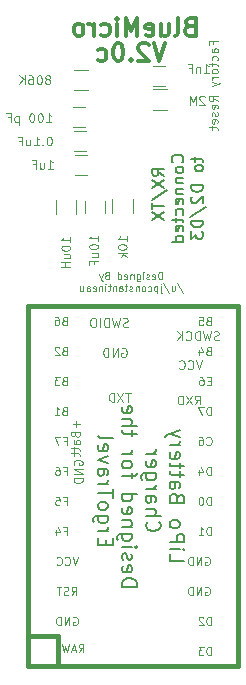
<source format=gbr>
G04 #@! TF.FileFunction,Legend,Bot*
%FSLAX46Y46*%
G04 Gerber Fmt 4.6, Leading zero omitted, Abs format (unit mm)*
G04 Created by KiCad (PCBNEW 4.0.7) date 09/16/18 04:57:12*
%MOMM*%
%LPD*%
G01*
G04 APERTURE LIST*
%ADD10C,0.100000*%
%ADD11C,0.150000*%
%ADD12C,0.300000*%
%ADD13C,0.381000*%
%ADD14C,0.120000*%
G04 APERTURE END LIST*
D10*
D11*
X112327024Y-143914143D02*
X112327024Y-144509381D01*
X113577024Y-144509381D01*
X112327024Y-143497476D02*
X113160357Y-143497476D01*
X113577024Y-143497476D02*
X113517500Y-143557000D01*
X113457976Y-143497476D01*
X113517500Y-143437952D01*
X113577024Y-143497476D01*
X113457976Y-143497476D01*
X112327024Y-142902238D02*
X113577024Y-142902238D01*
X113577024Y-142426047D01*
X113517500Y-142307000D01*
X113457976Y-142247476D01*
X113338929Y-142187952D01*
X113160357Y-142187952D01*
X113041310Y-142247476D01*
X112981786Y-142307000D01*
X112922262Y-142426047D01*
X112922262Y-142902238D01*
X112327024Y-141473667D02*
X112386548Y-141592714D01*
X112446071Y-141652238D01*
X112565119Y-141711762D01*
X112922262Y-141711762D01*
X113041310Y-141652238D01*
X113100833Y-141592714D01*
X113160357Y-141473667D01*
X113160357Y-141295095D01*
X113100833Y-141176047D01*
X113041310Y-141116524D01*
X112922262Y-141057000D01*
X112565119Y-141057000D01*
X112446071Y-141116524D01*
X112386548Y-141176047D01*
X112327024Y-141295095D01*
X112327024Y-141473667D01*
X112981786Y-139152238D02*
X112922262Y-138973667D01*
X112862738Y-138914143D01*
X112743690Y-138854619D01*
X112565119Y-138854619D01*
X112446071Y-138914143D01*
X112386548Y-138973667D01*
X112327024Y-139092714D01*
X112327024Y-139568905D01*
X113577024Y-139568905D01*
X113577024Y-139152238D01*
X113517500Y-139033191D01*
X113457976Y-138973667D01*
X113338929Y-138914143D01*
X113219881Y-138914143D01*
X113100833Y-138973667D01*
X113041310Y-139033191D01*
X112981786Y-139152238D01*
X112981786Y-139568905D01*
X112327024Y-137783191D02*
X112981786Y-137783191D01*
X113100833Y-137842714D01*
X113160357Y-137961762D01*
X113160357Y-138199857D01*
X113100833Y-138318905D01*
X112386548Y-137783191D02*
X112327024Y-137902238D01*
X112327024Y-138199857D01*
X112386548Y-138318905D01*
X112505595Y-138378429D01*
X112624643Y-138378429D01*
X112743690Y-138318905D01*
X112803214Y-138199857D01*
X112803214Y-137902238D01*
X112862738Y-137783191D01*
X113160357Y-137366524D02*
X113160357Y-136890334D01*
X113577024Y-137187953D02*
X112505595Y-137187953D01*
X112386548Y-137128429D01*
X112327024Y-137009382D01*
X112327024Y-136890334D01*
X113160357Y-136652238D02*
X113160357Y-136176048D01*
X113577024Y-136473667D02*
X112505595Y-136473667D01*
X112386548Y-136414143D01*
X112327024Y-136295096D01*
X112327024Y-136176048D01*
X112386548Y-135283190D02*
X112327024Y-135402238D01*
X112327024Y-135640333D01*
X112386548Y-135759381D01*
X112505595Y-135818905D01*
X112981786Y-135818905D01*
X113100833Y-135759381D01*
X113160357Y-135640333D01*
X113160357Y-135402238D01*
X113100833Y-135283190D01*
X112981786Y-135223667D01*
X112862738Y-135223667D01*
X112743690Y-135818905D01*
X112327024Y-134687952D02*
X113160357Y-134687952D01*
X112922262Y-134687952D02*
X113041310Y-134628428D01*
X113100833Y-134568904D01*
X113160357Y-134449857D01*
X113160357Y-134330809D01*
X113160357Y-134033190D02*
X112327024Y-133735571D01*
X113160357Y-133437951D02*
X112327024Y-133735571D01*
X112029405Y-133854618D01*
X111969881Y-133914142D01*
X111910357Y-134033190D01*
X110421071Y-141176047D02*
X110361548Y-141235571D01*
X110302024Y-141414142D01*
X110302024Y-141533190D01*
X110361548Y-141711762D01*
X110480595Y-141830809D01*
X110599643Y-141890333D01*
X110837738Y-141949857D01*
X111016310Y-141949857D01*
X111254405Y-141890333D01*
X111373452Y-141830809D01*
X111492500Y-141711762D01*
X111552024Y-141533190D01*
X111552024Y-141414142D01*
X111492500Y-141235571D01*
X111432976Y-141176047D01*
X110302024Y-140640333D02*
X111552024Y-140640333D01*
X110302024Y-140104619D02*
X110956786Y-140104619D01*
X111075833Y-140164142D01*
X111135357Y-140283190D01*
X111135357Y-140461762D01*
X111075833Y-140580809D01*
X111016310Y-140640333D01*
X110302024Y-138973667D02*
X110956786Y-138973667D01*
X111075833Y-139033190D01*
X111135357Y-139152238D01*
X111135357Y-139390333D01*
X111075833Y-139509381D01*
X110361548Y-138973667D02*
X110302024Y-139092714D01*
X110302024Y-139390333D01*
X110361548Y-139509381D01*
X110480595Y-139568905D01*
X110599643Y-139568905D01*
X110718690Y-139509381D01*
X110778214Y-139390333D01*
X110778214Y-139092714D01*
X110837738Y-138973667D01*
X110302024Y-138378429D02*
X111135357Y-138378429D01*
X110897262Y-138378429D02*
X111016310Y-138318905D01*
X111075833Y-138259381D01*
X111135357Y-138140334D01*
X111135357Y-138021286D01*
X111135357Y-137068905D02*
X110123452Y-137068905D01*
X110004405Y-137128428D01*
X109944881Y-137187952D01*
X109885357Y-137307000D01*
X109885357Y-137485571D01*
X109944881Y-137604619D01*
X110361548Y-137068905D02*
X110302024Y-137187952D01*
X110302024Y-137426048D01*
X110361548Y-137545095D01*
X110421071Y-137604619D01*
X110540119Y-137664143D01*
X110897262Y-137664143D01*
X111016310Y-137604619D01*
X111075833Y-137545095D01*
X111135357Y-137426048D01*
X111135357Y-137187952D01*
X111075833Y-137068905D01*
X110361548Y-135997476D02*
X110302024Y-136116524D01*
X110302024Y-136354619D01*
X110361548Y-136473667D01*
X110480595Y-136533191D01*
X110956786Y-136533191D01*
X111075833Y-136473667D01*
X111135357Y-136354619D01*
X111135357Y-136116524D01*
X111075833Y-135997476D01*
X110956786Y-135937953D01*
X110837738Y-135937953D01*
X110718690Y-136533191D01*
X110302024Y-135402238D02*
X111135357Y-135402238D01*
X110897262Y-135402238D02*
X111016310Y-135342714D01*
X111075833Y-135283190D01*
X111135357Y-135164143D01*
X111135357Y-135045095D01*
X108277024Y-146652238D02*
X109527024Y-146652238D01*
X109527024Y-146354619D01*
X109467500Y-146176047D01*
X109348452Y-146057000D01*
X109229405Y-145997476D01*
X108991310Y-145937952D01*
X108812738Y-145937952D01*
X108574643Y-145997476D01*
X108455595Y-146057000D01*
X108336548Y-146176047D01*
X108277024Y-146354619D01*
X108277024Y-146652238D01*
X108336548Y-144926047D02*
X108277024Y-145045095D01*
X108277024Y-145283190D01*
X108336548Y-145402238D01*
X108455595Y-145461762D01*
X108931786Y-145461762D01*
X109050833Y-145402238D01*
X109110357Y-145283190D01*
X109110357Y-145045095D01*
X109050833Y-144926047D01*
X108931786Y-144866524D01*
X108812738Y-144866524D01*
X108693690Y-145461762D01*
X108336548Y-144390333D02*
X108277024Y-144271285D01*
X108277024Y-144033190D01*
X108336548Y-143914142D01*
X108455595Y-143854618D01*
X108515119Y-143854618D01*
X108634167Y-143914142D01*
X108693690Y-144033190D01*
X108693690Y-144211761D01*
X108753214Y-144330809D01*
X108872262Y-144390333D01*
X108931786Y-144390333D01*
X109050833Y-144330809D01*
X109110357Y-144211761D01*
X109110357Y-144033190D01*
X109050833Y-143914142D01*
X108277024Y-143318904D02*
X109110357Y-143318904D01*
X109527024Y-143318904D02*
X109467500Y-143378428D01*
X109407976Y-143318904D01*
X109467500Y-143259380D01*
X109527024Y-143318904D01*
X109407976Y-143318904D01*
X109110357Y-142187952D02*
X108098452Y-142187952D01*
X107979405Y-142247475D01*
X107919881Y-142306999D01*
X107860357Y-142426047D01*
X107860357Y-142604618D01*
X107919881Y-142723666D01*
X108336548Y-142187952D02*
X108277024Y-142306999D01*
X108277024Y-142545095D01*
X108336548Y-142664142D01*
X108396071Y-142723666D01*
X108515119Y-142783190D01*
X108872262Y-142783190D01*
X108991310Y-142723666D01*
X109050833Y-142664142D01*
X109110357Y-142545095D01*
X109110357Y-142306999D01*
X109050833Y-142187952D01*
X109110357Y-141592714D02*
X108277024Y-141592714D01*
X108991310Y-141592714D02*
X109050833Y-141533190D01*
X109110357Y-141414143D01*
X109110357Y-141235571D01*
X109050833Y-141116523D01*
X108931786Y-141057000D01*
X108277024Y-141057000D01*
X108336548Y-139985571D02*
X108277024Y-140104619D01*
X108277024Y-140342714D01*
X108336548Y-140461762D01*
X108455595Y-140521286D01*
X108931786Y-140521286D01*
X109050833Y-140461762D01*
X109110357Y-140342714D01*
X109110357Y-140104619D01*
X109050833Y-139985571D01*
X108931786Y-139926048D01*
X108812738Y-139926048D01*
X108693690Y-140521286D01*
X108277024Y-138854619D02*
X109527024Y-138854619D01*
X108336548Y-138854619D02*
X108277024Y-138973666D01*
X108277024Y-139211762D01*
X108336548Y-139330809D01*
X108396071Y-139390333D01*
X108515119Y-139449857D01*
X108872262Y-139449857D01*
X108991310Y-139390333D01*
X109050833Y-139330809D01*
X109110357Y-139211762D01*
X109110357Y-138973666D01*
X109050833Y-138854619D01*
X109110357Y-137485571D02*
X109110357Y-137009381D01*
X108277024Y-137307000D02*
X109348452Y-137307000D01*
X109467500Y-137247476D01*
X109527024Y-137128429D01*
X109527024Y-137009381D01*
X108277024Y-136414143D02*
X108336548Y-136533190D01*
X108396071Y-136592714D01*
X108515119Y-136652238D01*
X108872262Y-136652238D01*
X108991310Y-136592714D01*
X109050833Y-136533190D01*
X109110357Y-136414143D01*
X109110357Y-136235571D01*
X109050833Y-136116523D01*
X108991310Y-136057000D01*
X108872262Y-135997476D01*
X108515119Y-135997476D01*
X108396071Y-136057000D01*
X108336548Y-136116523D01*
X108277024Y-136235571D01*
X108277024Y-136414143D01*
X108277024Y-135461762D02*
X109110357Y-135461762D01*
X108872262Y-135461762D02*
X108991310Y-135402238D01*
X109050833Y-135342714D01*
X109110357Y-135223667D01*
X109110357Y-135104619D01*
X109110357Y-133914142D02*
X109110357Y-133437952D01*
X109527024Y-133735571D02*
X108455595Y-133735571D01*
X108336548Y-133676047D01*
X108277024Y-133557000D01*
X108277024Y-133437952D01*
X108277024Y-133021285D02*
X109527024Y-133021285D01*
X108277024Y-132485571D02*
X108931786Y-132485571D01*
X109050833Y-132545094D01*
X109110357Y-132664142D01*
X109110357Y-132842714D01*
X109050833Y-132961761D01*
X108991310Y-133021285D01*
X108336548Y-131414142D02*
X108277024Y-131533190D01*
X108277024Y-131771285D01*
X108336548Y-131890333D01*
X108455595Y-131949857D01*
X108931786Y-131949857D01*
X109050833Y-131890333D01*
X109110357Y-131771285D01*
X109110357Y-131533190D01*
X109050833Y-131414142D01*
X108931786Y-131354619D01*
X108812738Y-131354619D01*
X108693690Y-131949857D01*
X106906786Y-143110571D02*
X106906786Y-142693904D01*
X106252024Y-142515333D02*
X106252024Y-143110571D01*
X107502024Y-143110571D01*
X107502024Y-142515333D01*
X106252024Y-141979619D02*
X107085357Y-141979619D01*
X106847262Y-141979619D02*
X106966310Y-141920095D01*
X107025833Y-141860571D01*
X107085357Y-141741524D01*
X107085357Y-141622476D01*
X107085357Y-140670095D02*
X106073452Y-140670095D01*
X105954405Y-140729618D01*
X105894881Y-140789142D01*
X105835357Y-140908190D01*
X105835357Y-141086761D01*
X105894881Y-141205809D01*
X106311548Y-140670095D02*
X106252024Y-140789142D01*
X106252024Y-141027238D01*
X106311548Y-141146285D01*
X106371071Y-141205809D01*
X106490119Y-141265333D01*
X106847262Y-141265333D01*
X106966310Y-141205809D01*
X107025833Y-141146285D01*
X107085357Y-141027238D01*
X107085357Y-140789142D01*
X107025833Y-140670095D01*
X106252024Y-139896286D02*
X106311548Y-140015333D01*
X106371071Y-140074857D01*
X106490119Y-140134381D01*
X106847262Y-140134381D01*
X106966310Y-140074857D01*
X107025833Y-140015333D01*
X107085357Y-139896286D01*
X107085357Y-139717714D01*
X107025833Y-139598666D01*
X106966310Y-139539143D01*
X106847262Y-139479619D01*
X106490119Y-139479619D01*
X106371071Y-139539143D01*
X106311548Y-139598666D01*
X106252024Y-139717714D01*
X106252024Y-139896286D01*
X107502024Y-139122476D02*
X107502024Y-138408191D01*
X106252024Y-138765334D02*
X107502024Y-138765334D01*
X106252024Y-137991524D02*
X107085357Y-137991524D01*
X106847262Y-137991524D02*
X106966310Y-137932000D01*
X107025833Y-137872476D01*
X107085357Y-137753429D01*
X107085357Y-137634381D01*
X106252024Y-136682000D02*
X106906786Y-136682000D01*
X107025833Y-136741523D01*
X107085357Y-136860571D01*
X107085357Y-137098666D01*
X107025833Y-137217714D01*
X106311548Y-136682000D02*
X106252024Y-136801047D01*
X106252024Y-137098666D01*
X106311548Y-137217714D01*
X106430595Y-137277238D01*
X106549643Y-137277238D01*
X106668690Y-137217714D01*
X106728214Y-137098666D01*
X106728214Y-136801047D01*
X106787738Y-136682000D01*
X107085357Y-136205810D02*
X106252024Y-135908191D01*
X107085357Y-135610571D01*
X106311548Y-134658190D02*
X106252024Y-134777238D01*
X106252024Y-135015333D01*
X106311548Y-135134381D01*
X106430595Y-135193905D01*
X106906786Y-135193905D01*
X107025833Y-135134381D01*
X107085357Y-135015333D01*
X107085357Y-134777238D01*
X107025833Y-134658190D01*
X106906786Y-134598667D01*
X106787738Y-134598667D01*
X106668690Y-135193905D01*
X106252024Y-133884381D02*
X106311548Y-134003428D01*
X106430595Y-134062952D01*
X107502024Y-134062952D01*
D10*
X111688571Y-120621429D02*
X111688571Y-120021429D01*
X111545714Y-120021429D01*
X111459999Y-120050000D01*
X111402857Y-120107143D01*
X111374285Y-120164286D01*
X111345714Y-120278571D01*
X111345714Y-120364286D01*
X111374285Y-120478571D01*
X111402857Y-120535714D01*
X111459999Y-120592857D01*
X111545714Y-120621429D01*
X111688571Y-120621429D01*
X110859999Y-120592857D02*
X110917142Y-120621429D01*
X111031428Y-120621429D01*
X111088571Y-120592857D01*
X111117142Y-120535714D01*
X111117142Y-120307143D01*
X111088571Y-120250000D01*
X111031428Y-120221429D01*
X110917142Y-120221429D01*
X110859999Y-120250000D01*
X110831428Y-120307143D01*
X110831428Y-120364286D01*
X111117142Y-120421429D01*
X110602856Y-120592857D02*
X110545713Y-120621429D01*
X110431428Y-120621429D01*
X110374285Y-120592857D01*
X110345713Y-120535714D01*
X110345713Y-120507143D01*
X110374285Y-120450000D01*
X110431428Y-120421429D01*
X110517142Y-120421429D01*
X110574285Y-120392857D01*
X110602856Y-120335714D01*
X110602856Y-120307143D01*
X110574285Y-120250000D01*
X110517142Y-120221429D01*
X110431428Y-120221429D01*
X110374285Y-120250000D01*
X110088571Y-120621429D02*
X110088571Y-120221429D01*
X110088571Y-120021429D02*
X110117142Y-120050000D01*
X110088571Y-120078571D01*
X110059999Y-120050000D01*
X110088571Y-120021429D01*
X110088571Y-120078571D01*
X109545714Y-120221429D02*
X109545714Y-120707143D01*
X109574285Y-120764286D01*
X109602857Y-120792857D01*
X109660000Y-120821429D01*
X109745714Y-120821429D01*
X109802857Y-120792857D01*
X109545714Y-120592857D02*
X109602857Y-120621429D01*
X109717143Y-120621429D01*
X109774285Y-120592857D01*
X109802857Y-120564286D01*
X109831428Y-120507143D01*
X109831428Y-120335714D01*
X109802857Y-120278571D01*
X109774285Y-120250000D01*
X109717143Y-120221429D01*
X109602857Y-120221429D01*
X109545714Y-120250000D01*
X109260000Y-120221429D02*
X109260000Y-120621429D01*
X109260000Y-120278571D02*
X109231428Y-120250000D01*
X109174286Y-120221429D01*
X109088571Y-120221429D01*
X109031428Y-120250000D01*
X109002857Y-120307143D01*
X109002857Y-120621429D01*
X108488571Y-120592857D02*
X108545714Y-120621429D01*
X108660000Y-120621429D01*
X108717143Y-120592857D01*
X108745714Y-120535714D01*
X108745714Y-120307143D01*
X108717143Y-120250000D01*
X108660000Y-120221429D01*
X108545714Y-120221429D01*
X108488571Y-120250000D01*
X108460000Y-120307143D01*
X108460000Y-120364286D01*
X108745714Y-120421429D01*
X107945714Y-120621429D02*
X107945714Y-120021429D01*
X107945714Y-120592857D02*
X108002857Y-120621429D01*
X108117143Y-120621429D01*
X108174285Y-120592857D01*
X108202857Y-120564286D01*
X108231428Y-120507143D01*
X108231428Y-120335714D01*
X108202857Y-120278571D01*
X108174285Y-120250000D01*
X108117143Y-120221429D01*
X108002857Y-120221429D01*
X107945714Y-120250000D01*
X107002857Y-120307143D02*
X106917143Y-120335714D01*
X106888571Y-120364286D01*
X106860000Y-120421429D01*
X106860000Y-120507143D01*
X106888571Y-120564286D01*
X106917143Y-120592857D01*
X106974285Y-120621429D01*
X107202857Y-120621429D01*
X107202857Y-120021429D01*
X107002857Y-120021429D01*
X106945714Y-120050000D01*
X106917143Y-120078571D01*
X106888571Y-120135714D01*
X106888571Y-120192857D01*
X106917143Y-120250000D01*
X106945714Y-120278571D01*
X107002857Y-120307143D01*
X107202857Y-120307143D01*
X106660000Y-120221429D02*
X106517143Y-120621429D01*
X106374285Y-120221429D02*
X106517143Y-120621429D01*
X106574285Y-120764286D01*
X106602857Y-120792857D01*
X106660000Y-120821429D01*
X112945712Y-120992857D02*
X113459998Y-121764286D01*
X112488570Y-121221429D02*
X112488570Y-121621429D01*
X112745713Y-121221429D02*
X112745713Y-121535714D01*
X112717141Y-121592857D01*
X112659999Y-121621429D01*
X112574284Y-121621429D01*
X112517141Y-121592857D01*
X112488570Y-121564286D01*
X111774284Y-120992857D02*
X112288570Y-121764286D01*
X111574285Y-121221429D02*
X111574285Y-121735714D01*
X111602856Y-121792857D01*
X111659999Y-121821429D01*
X111688571Y-121821429D01*
X111574285Y-121021429D02*
X111602856Y-121050000D01*
X111574285Y-121078571D01*
X111545713Y-121050000D01*
X111574285Y-121021429D01*
X111574285Y-121078571D01*
X111288571Y-121221429D02*
X111288571Y-121821429D01*
X111288571Y-121250000D02*
X111231428Y-121221429D01*
X111117142Y-121221429D01*
X111059999Y-121250000D01*
X111031428Y-121278571D01*
X111002857Y-121335714D01*
X111002857Y-121507143D01*
X111031428Y-121564286D01*
X111059999Y-121592857D01*
X111117142Y-121621429D01*
X111231428Y-121621429D01*
X111288571Y-121592857D01*
X110488571Y-121592857D02*
X110545714Y-121621429D01*
X110660000Y-121621429D01*
X110717142Y-121592857D01*
X110745714Y-121564286D01*
X110774285Y-121507143D01*
X110774285Y-121335714D01*
X110745714Y-121278571D01*
X110717142Y-121250000D01*
X110660000Y-121221429D01*
X110545714Y-121221429D01*
X110488571Y-121250000D01*
X110145714Y-121621429D02*
X110202856Y-121592857D01*
X110231428Y-121564286D01*
X110259999Y-121507143D01*
X110259999Y-121335714D01*
X110231428Y-121278571D01*
X110202856Y-121250000D01*
X110145714Y-121221429D01*
X110059999Y-121221429D01*
X110002856Y-121250000D01*
X109974285Y-121278571D01*
X109945714Y-121335714D01*
X109945714Y-121507143D01*
X109974285Y-121564286D01*
X110002856Y-121592857D01*
X110059999Y-121621429D01*
X110145714Y-121621429D01*
X109688571Y-121221429D02*
X109688571Y-121621429D01*
X109688571Y-121278571D02*
X109659999Y-121250000D01*
X109602857Y-121221429D01*
X109517142Y-121221429D01*
X109459999Y-121250000D01*
X109431428Y-121307143D01*
X109431428Y-121621429D01*
X109174285Y-121592857D02*
X109117142Y-121621429D01*
X109002857Y-121621429D01*
X108945714Y-121592857D01*
X108917142Y-121535714D01*
X108917142Y-121507143D01*
X108945714Y-121450000D01*
X109002857Y-121421429D01*
X109088571Y-121421429D01*
X109145714Y-121392857D01*
X109174285Y-121335714D01*
X109174285Y-121307143D01*
X109145714Y-121250000D01*
X109088571Y-121221429D01*
X109002857Y-121221429D01*
X108945714Y-121250000D01*
X108745714Y-121221429D02*
X108517143Y-121221429D01*
X108660000Y-121021429D02*
X108660000Y-121535714D01*
X108631428Y-121592857D01*
X108574286Y-121621429D01*
X108517143Y-121621429D01*
X108060000Y-121621429D02*
X108060000Y-121307143D01*
X108088571Y-121250000D01*
X108145714Y-121221429D01*
X108260000Y-121221429D01*
X108317143Y-121250000D01*
X108060000Y-121592857D02*
X108117143Y-121621429D01*
X108260000Y-121621429D01*
X108317143Y-121592857D01*
X108345714Y-121535714D01*
X108345714Y-121478571D01*
X108317143Y-121421429D01*
X108260000Y-121392857D01*
X108117143Y-121392857D01*
X108060000Y-121364286D01*
X107774286Y-121221429D02*
X107774286Y-121621429D01*
X107774286Y-121278571D02*
X107745714Y-121250000D01*
X107688572Y-121221429D01*
X107602857Y-121221429D01*
X107545714Y-121250000D01*
X107517143Y-121307143D01*
X107517143Y-121621429D01*
X107317143Y-121221429D02*
X107088572Y-121221429D01*
X107231429Y-121021429D02*
X107231429Y-121535714D01*
X107202857Y-121592857D01*
X107145715Y-121621429D01*
X107088572Y-121621429D01*
X106888572Y-121621429D02*
X106888572Y-121221429D01*
X106888572Y-121021429D02*
X106917143Y-121050000D01*
X106888572Y-121078571D01*
X106860000Y-121050000D01*
X106888572Y-121021429D01*
X106888572Y-121078571D01*
X106602858Y-121221429D02*
X106602858Y-121621429D01*
X106602858Y-121278571D02*
X106574286Y-121250000D01*
X106517144Y-121221429D01*
X106431429Y-121221429D01*
X106374286Y-121250000D01*
X106345715Y-121307143D01*
X106345715Y-121621429D01*
X105831429Y-121592857D02*
X105888572Y-121621429D01*
X106002858Y-121621429D01*
X106060001Y-121592857D01*
X106088572Y-121535714D01*
X106088572Y-121307143D01*
X106060001Y-121250000D01*
X106002858Y-121221429D01*
X105888572Y-121221429D01*
X105831429Y-121250000D01*
X105802858Y-121307143D01*
X105802858Y-121364286D01*
X106088572Y-121421429D01*
X105288572Y-121621429D02*
X105288572Y-121307143D01*
X105317143Y-121250000D01*
X105374286Y-121221429D01*
X105488572Y-121221429D01*
X105545715Y-121250000D01*
X105288572Y-121592857D02*
X105345715Y-121621429D01*
X105488572Y-121621429D01*
X105545715Y-121592857D01*
X105574286Y-121535714D01*
X105574286Y-121478571D01*
X105545715Y-121421429D01*
X105488572Y-121392857D01*
X105345715Y-121392857D01*
X105288572Y-121364286D01*
X104745715Y-121221429D02*
X104745715Y-121621429D01*
X105002858Y-121221429D02*
X105002858Y-121535714D01*
X104974286Y-121592857D01*
X104917144Y-121621429D01*
X104831429Y-121621429D01*
X104774286Y-121592857D01*
X104745715Y-121564286D01*
X108777286Y-124636571D02*
X108670143Y-124672286D01*
X108491572Y-124672286D01*
X108420143Y-124636571D01*
X108384429Y-124600857D01*
X108348714Y-124529429D01*
X108348714Y-124458000D01*
X108384429Y-124386571D01*
X108420143Y-124350857D01*
X108491572Y-124315143D01*
X108634429Y-124279429D01*
X108705857Y-124243714D01*
X108741572Y-124208000D01*
X108777286Y-124136571D01*
X108777286Y-124065143D01*
X108741572Y-123993714D01*
X108705857Y-123958000D01*
X108634429Y-123922286D01*
X108455857Y-123922286D01*
X108348714Y-123958000D01*
X108098714Y-123922286D02*
X107920143Y-124672286D01*
X107777286Y-124136571D01*
X107634428Y-124672286D01*
X107455857Y-123922286D01*
X107170143Y-124672286D02*
X107170143Y-123922286D01*
X106991571Y-123922286D01*
X106884428Y-123958000D01*
X106813000Y-124029429D01*
X106777285Y-124100857D01*
X106741571Y-124243714D01*
X106741571Y-124350857D01*
X106777285Y-124493714D01*
X106813000Y-124565143D01*
X106884428Y-124636571D01*
X106991571Y-124672286D01*
X107170143Y-124672286D01*
X106420143Y-124672286D02*
X106420143Y-123922286D01*
X105920142Y-123922286D02*
X105777285Y-123922286D01*
X105705857Y-123958000D01*
X105634428Y-124029429D01*
X105598714Y-124172286D01*
X105598714Y-124422286D01*
X105634428Y-124565143D01*
X105705857Y-124636571D01*
X105777285Y-124672286D01*
X105920142Y-124672286D01*
X105991571Y-124636571D01*
X106063000Y-124565143D01*
X106098714Y-124422286D01*
X106098714Y-124172286D01*
X106063000Y-124029429D01*
X105991571Y-123958000D01*
X105920142Y-123922286D01*
X108267428Y-126498000D02*
X108338857Y-126462286D01*
X108446000Y-126462286D01*
X108553143Y-126498000D01*
X108624571Y-126569429D01*
X108660286Y-126640857D01*
X108696000Y-126783714D01*
X108696000Y-126890857D01*
X108660286Y-127033714D01*
X108624571Y-127105143D01*
X108553143Y-127176571D01*
X108446000Y-127212286D01*
X108374571Y-127212286D01*
X108267428Y-127176571D01*
X108231714Y-127140857D01*
X108231714Y-126890857D01*
X108374571Y-126890857D01*
X107910286Y-127212286D02*
X107910286Y-126462286D01*
X107481714Y-127212286D01*
X107481714Y-126462286D01*
X107124572Y-127212286D02*
X107124572Y-126462286D01*
X106946000Y-126462286D01*
X106838857Y-126498000D01*
X106767429Y-126569429D01*
X106731714Y-126640857D01*
X106696000Y-126783714D01*
X106696000Y-126890857D01*
X106731714Y-127033714D01*
X106767429Y-127105143D01*
X106838857Y-127176571D01*
X106946000Y-127212286D01*
X107124572Y-127212286D01*
X109006428Y-130249286D02*
X108577857Y-130249286D01*
X108792143Y-130999286D02*
X108792143Y-130249286D01*
X108399285Y-130249286D02*
X107899285Y-130999286D01*
X107899285Y-130249286D02*
X108399285Y-130999286D01*
X107613571Y-130999286D02*
X107613571Y-130249286D01*
X107434999Y-130249286D01*
X107327856Y-130285000D01*
X107256428Y-130356429D01*
X107220713Y-130427857D01*
X107184999Y-130570714D01*
X107184999Y-130677857D01*
X107220713Y-130820714D01*
X107256428Y-130892143D01*
X107327856Y-130963571D01*
X107434999Y-130999286D01*
X107613571Y-130999286D01*
X114460000Y-131229286D02*
X114710000Y-130872143D01*
X114888572Y-131229286D02*
X114888572Y-130479286D01*
X114602857Y-130479286D01*
X114531429Y-130515000D01*
X114495714Y-130550714D01*
X114460000Y-130622143D01*
X114460000Y-130729286D01*
X114495714Y-130800714D01*
X114531429Y-130836429D01*
X114602857Y-130872143D01*
X114888572Y-130872143D01*
X114210000Y-130479286D02*
X113710000Y-131229286D01*
X113710000Y-130479286D02*
X114210000Y-131229286D01*
X113424286Y-131229286D02*
X113424286Y-130479286D01*
X113245714Y-130479286D01*
X113138571Y-130515000D01*
X113067143Y-130586429D01*
X113031428Y-130657857D01*
X112995714Y-130800714D01*
X112995714Y-130907857D01*
X113031428Y-131050714D01*
X113067143Y-131122143D01*
X113138571Y-131193571D01*
X113245714Y-131229286D01*
X113424286Y-131229286D01*
X115049999Y-127479286D02*
X114799999Y-128229286D01*
X114549999Y-127479286D01*
X113871428Y-128157857D02*
X113907142Y-128193571D01*
X114014285Y-128229286D01*
X114085714Y-128229286D01*
X114192857Y-128193571D01*
X114264285Y-128122143D01*
X114300000Y-128050714D01*
X114335714Y-127907857D01*
X114335714Y-127800714D01*
X114300000Y-127657857D01*
X114264285Y-127586429D01*
X114192857Y-127515000D01*
X114085714Y-127479286D01*
X114014285Y-127479286D01*
X113907142Y-127515000D01*
X113871428Y-127550714D01*
X113121428Y-128157857D02*
X113157142Y-128193571D01*
X113264285Y-128229286D01*
X113335714Y-128229286D01*
X113442857Y-128193571D01*
X113514285Y-128122143D01*
X113550000Y-128050714D01*
X113585714Y-127907857D01*
X113585714Y-127800714D01*
X113550000Y-127657857D01*
X113514285Y-127586429D01*
X113442857Y-127515000D01*
X113335714Y-127479286D01*
X113264285Y-127479286D01*
X113157142Y-127515000D01*
X113121428Y-127550714D01*
X116487857Y-125743571D02*
X116380714Y-125779286D01*
X116202143Y-125779286D01*
X116130714Y-125743571D01*
X116095000Y-125707857D01*
X116059285Y-125636429D01*
X116059285Y-125565000D01*
X116095000Y-125493571D01*
X116130714Y-125457857D01*
X116202143Y-125422143D01*
X116345000Y-125386429D01*
X116416428Y-125350714D01*
X116452143Y-125315000D01*
X116487857Y-125243571D01*
X116487857Y-125172143D01*
X116452143Y-125100714D01*
X116416428Y-125065000D01*
X116345000Y-125029286D01*
X116166428Y-125029286D01*
X116059285Y-125065000D01*
X115809285Y-125029286D02*
X115630714Y-125779286D01*
X115487857Y-125243571D01*
X115344999Y-125779286D01*
X115166428Y-125029286D01*
X114880714Y-125779286D02*
X114880714Y-125029286D01*
X114702142Y-125029286D01*
X114594999Y-125065000D01*
X114523571Y-125136429D01*
X114487856Y-125207857D01*
X114452142Y-125350714D01*
X114452142Y-125457857D01*
X114487856Y-125600714D01*
X114523571Y-125672143D01*
X114594999Y-125743571D01*
X114702142Y-125779286D01*
X114880714Y-125779286D01*
X113702142Y-125707857D02*
X113737856Y-125743571D01*
X113844999Y-125779286D01*
X113916428Y-125779286D01*
X114023571Y-125743571D01*
X114094999Y-125672143D01*
X114130714Y-125600714D01*
X114166428Y-125457857D01*
X114166428Y-125350714D01*
X114130714Y-125207857D01*
X114094999Y-125136429D01*
X114023571Y-125065000D01*
X113916428Y-125029286D01*
X113844999Y-125029286D01*
X113737856Y-125065000D01*
X113702142Y-125100714D01*
X113380714Y-125779286D02*
X113380714Y-125029286D01*
X112952142Y-125779286D02*
X113273571Y-125350714D01*
X112952142Y-125029286D02*
X113380714Y-125457857D01*
X104423571Y-132601429D02*
X104423571Y-133172858D01*
X104709286Y-132887144D02*
X104137857Y-132887144D01*
X104316429Y-133780000D02*
X104352143Y-133887143D01*
X104387857Y-133922858D01*
X104459286Y-133958572D01*
X104566429Y-133958572D01*
X104637857Y-133922858D01*
X104673571Y-133887143D01*
X104709286Y-133815715D01*
X104709286Y-133530000D01*
X103959286Y-133530000D01*
X103959286Y-133780000D01*
X103995000Y-133851429D01*
X104030714Y-133887143D01*
X104102143Y-133922858D01*
X104173571Y-133922858D01*
X104245000Y-133887143D01*
X104280714Y-133851429D01*
X104316429Y-133780000D01*
X104316429Y-133530000D01*
X104709286Y-134601429D02*
X104316429Y-134601429D01*
X104245000Y-134565715D01*
X104209286Y-134494286D01*
X104209286Y-134351429D01*
X104245000Y-134280000D01*
X104673571Y-134601429D02*
X104709286Y-134530000D01*
X104709286Y-134351429D01*
X104673571Y-134280000D01*
X104602143Y-134244286D01*
X104530714Y-134244286D01*
X104459286Y-134280000D01*
X104423571Y-134351429D01*
X104423571Y-134530000D01*
X104387857Y-134601429D01*
X104209286Y-134851429D02*
X104209286Y-135137143D01*
X103959286Y-134958571D02*
X104602143Y-134958571D01*
X104673571Y-134994286D01*
X104709286Y-135065714D01*
X104709286Y-135137143D01*
X104209286Y-135280000D02*
X104209286Y-135565714D01*
X103959286Y-135387142D02*
X104602143Y-135387142D01*
X104673571Y-135422857D01*
X104709286Y-135494285D01*
X104709286Y-135565714D01*
X104235000Y-136338572D02*
X104199286Y-136267143D01*
X104199286Y-136160000D01*
X104235000Y-136052857D01*
X104306429Y-135981429D01*
X104377857Y-135945714D01*
X104520714Y-135910000D01*
X104627857Y-135910000D01*
X104770714Y-135945714D01*
X104842143Y-135981429D01*
X104913571Y-136052857D01*
X104949286Y-136160000D01*
X104949286Y-136231429D01*
X104913571Y-136338572D01*
X104877857Y-136374286D01*
X104627857Y-136374286D01*
X104627857Y-136231429D01*
X104949286Y-136695714D02*
X104199286Y-136695714D01*
X104949286Y-137124286D01*
X104199286Y-137124286D01*
X104949286Y-137481428D02*
X104199286Y-137481428D01*
X104199286Y-137660000D01*
X104235000Y-137767143D01*
X104306429Y-137838571D01*
X104377857Y-137874286D01*
X104520714Y-137910000D01*
X104627857Y-137910000D01*
X104770714Y-137874286D01*
X104842143Y-137838571D01*
X104913571Y-137767143D01*
X104949286Y-137660000D01*
X104949286Y-137481428D01*
D11*
X111832381Y-111868509D02*
X111356190Y-111535175D01*
X111832381Y-111297080D02*
X110832381Y-111297080D01*
X110832381Y-111678033D01*
X110880000Y-111773271D01*
X110927619Y-111820890D01*
X111022857Y-111868509D01*
X111165714Y-111868509D01*
X111260952Y-111820890D01*
X111308571Y-111773271D01*
X111356190Y-111678033D01*
X111356190Y-111297080D01*
X110832381Y-112201842D02*
X111832381Y-112868509D01*
X110832381Y-112868509D02*
X111832381Y-112201842D01*
X110784762Y-113963747D02*
X112070476Y-113106604D01*
X110832381Y-114154223D02*
X110832381Y-114725652D01*
X111832381Y-114439937D02*
X110832381Y-114439937D01*
X110832381Y-114963747D02*
X111832381Y-115630414D01*
X110832381Y-115630414D02*
X111832381Y-114963747D01*
X113387143Y-110725651D02*
X113434762Y-110678032D01*
X113482381Y-110535175D01*
X113482381Y-110439937D01*
X113434762Y-110297079D01*
X113339524Y-110201841D01*
X113244286Y-110154222D01*
X113053810Y-110106603D01*
X112910952Y-110106603D01*
X112720476Y-110154222D01*
X112625238Y-110201841D01*
X112530000Y-110297079D01*
X112482381Y-110439937D01*
X112482381Y-110535175D01*
X112530000Y-110678032D01*
X112577619Y-110725651D01*
X113482381Y-111297079D02*
X113434762Y-111201841D01*
X113387143Y-111154222D01*
X113291905Y-111106603D01*
X113006190Y-111106603D01*
X112910952Y-111154222D01*
X112863333Y-111201841D01*
X112815714Y-111297079D01*
X112815714Y-111439937D01*
X112863333Y-111535175D01*
X112910952Y-111582794D01*
X113006190Y-111630413D01*
X113291905Y-111630413D01*
X113387143Y-111582794D01*
X113434762Y-111535175D01*
X113482381Y-111439937D01*
X113482381Y-111297079D01*
X112815714Y-112058984D02*
X113482381Y-112058984D01*
X112910952Y-112058984D02*
X112863333Y-112106603D01*
X112815714Y-112201841D01*
X112815714Y-112344699D01*
X112863333Y-112439937D01*
X112958571Y-112487556D01*
X113482381Y-112487556D01*
X112815714Y-112963746D02*
X113482381Y-112963746D01*
X112910952Y-112963746D02*
X112863333Y-113011365D01*
X112815714Y-113106603D01*
X112815714Y-113249461D01*
X112863333Y-113344699D01*
X112958571Y-113392318D01*
X113482381Y-113392318D01*
X113434762Y-114249461D02*
X113482381Y-114154223D01*
X113482381Y-113963746D01*
X113434762Y-113868508D01*
X113339524Y-113820889D01*
X112958571Y-113820889D01*
X112863333Y-113868508D01*
X112815714Y-113963746D01*
X112815714Y-114154223D01*
X112863333Y-114249461D01*
X112958571Y-114297080D01*
X113053810Y-114297080D01*
X113149048Y-113820889D01*
X113434762Y-115154223D02*
X113482381Y-115058985D01*
X113482381Y-114868508D01*
X113434762Y-114773270D01*
X113387143Y-114725651D01*
X113291905Y-114678032D01*
X113006190Y-114678032D01*
X112910952Y-114725651D01*
X112863333Y-114773270D01*
X112815714Y-114868508D01*
X112815714Y-115058985D01*
X112863333Y-115154223D01*
X112815714Y-115439937D02*
X112815714Y-115820889D01*
X112482381Y-115582794D02*
X113339524Y-115582794D01*
X113434762Y-115630413D01*
X113482381Y-115725651D01*
X113482381Y-115820889D01*
X113434762Y-116535176D02*
X113482381Y-116439938D01*
X113482381Y-116249461D01*
X113434762Y-116154223D01*
X113339524Y-116106604D01*
X112958571Y-116106604D01*
X112863333Y-116154223D01*
X112815714Y-116249461D01*
X112815714Y-116439938D01*
X112863333Y-116535176D01*
X112958571Y-116582795D01*
X113053810Y-116582795D01*
X113149048Y-116106604D01*
X113482381Y-117439938D02*
X112482381Y-117439938D01*
X113434762Y-117439938D02*
X113482381Y-117344700D01*
X113482381Y-117154223D01*
X113434762Y-117058985D01*
X113387143Y-117011366D01*
X113291905Y-116963747D01*
X113006190Y-116963747D01*
X112910952Y-117011366D01*
X112863333Y-117058985D01*
X112815714Y-117154223D01*
X112815714Y-117344700D01*
X112863333Y-117439938D01*
X114465714Y-110297080D02*
X114465714Y-110678032D01*
X114132381Y-110439937D02*
X114989524Y-110439937D01*
X115084762Y-110487556D01*
X115132381Y-110582794D01*
X115132381Y-110678032D01*
X115132381Y-111154223D02*
X115084762Y-111058985D01*
X115037143Y-111011366D01*
X114941905Y-110963747D01*
X114656190Y-110963747D01*
X114560952Y-111011366D01*
X114513333Y-111058985D01*
X114465714Y-111154223D01*
X114465714Y-111297081D01*
X114513333Y-111392319D01*
X114560952Y-111439938D01*
X114656190Y-111487557D01*
X114941905Y-111487557D01*
X115037143Y-111439938D01*
X115084762Y-111392319D01*
X115132381Y-111297081D01*
X115132381Y-111154223D01*
X115132381Y-112678033D02*
X114132381Y-112678033D01*
X114132381Y-112916128D01*
X114180000Y-113058986D01*
X114275238Y-113154224D01*
X114370476Y-113201843D01*
X114560952Y-113249462D01*
X114703810Y-113249462D01*
X114894286Y-113201843D01*
X114989524Y-113154224D01*
X115084762Y-113058986D01*
X115132381Y-112916128D01*
X115132381Y-112678033D01*
X114227619Y-113630414D02*
X114180000Y-113678033D01*
X114132381Y-113773271D01*
X114132381Y-114011367D01*
X114180000Y-114106605D01*
X114227619Y-114154224D01*
X114322857Y-114201843D01*
X114418095Y-114201843D01*
X114560952Y-114154224D01*
X115132381Y-113582795D01*
X115132381Y-114201843D01*
X114084762Y-115344700D02*
X115370476Y-114487557D01*
X115132381Y-115678033D02*
X114132381Y-115678033D01*
X114132381Y-115916128D01*
X114180000Y-116058986D01*
X114275238Y-116154224D01*
X114370476Y-116201843D01*
X114560952Y-116249462D01*
X114703810Y-116249462D01*
X114894286Y-116201843D01*
X114989524Y-116154224D01*
X115084762Y-116058986D01*
X115132381Y-115916128D01*
X115132381Y-115678033D01*
X114132381Y-116582795D02*
X114132381Y-117201843D01*
X114513333Y-116868509D01*
X114513333Y-117011367D01*
X114560952Y-117106605D01*
X114608571Y-117154224D01*
X114703810Y-117201843D01*
X114941905Y-117201843D01*
X115037143Y-117154224D01*
X115084762Y-117106605D01*
X115132381Y-117011367D01*
X115132381Y-116725652D01*
X115084762Y-116630414D01*
X115037143Y-116582795D01*
D12*
X111960611Y-100664271D02*
X111460611Y-102164271D01*
X110960611Y-100664271D01*
X110532040Y-100807129D02*
X110460611Y-100735700D01*
X110317754Y-100664271D01*
X109960611Y-100664271D01*
X109817754Y-100735700D01*
X109746325Y-100807129D01*
X109674897Y-100949986D01*
X109674897Y-101092843D01*
X109746325Y-101307129D01*
X110603468Y-102164271D01*
X109674897Y-102164271D01*
X109032040Y-102021414D02*
X108960612Y-102092843D01*
X109032040Y-102164271D01*
X109103469Y-102092843D01*
X109032040Y-102021414D01*
X109032040Y-102164271D01*
X108032040Y-100664271D02*
X107889183Y-100664271D01*
X107746326Y-100735700D01*
X107674897Y-100807129D01*
X107603468Y-100949986D01*
X107532040Y-101235700D01*
X107532040Y-101592843D01*
X107603468Y-101878557D01*
X107674897Y-102021414D01*
X107746326Y-102092843D01*
X107889183Y-102164271D01*
X108032040Y-102164271D01*
X108174897Y-102092843D01*
X108246326Y-102021414D01*
X108317754Y-101878557D01*
X108389183Y-101592843D01*
X108389183Y-101235700D01*
X108317754Y-100949986D01*
X108246326Y-100807129D01*
X108174897Y-100735700D01*
X108032040Y-100664271D01*
X106246326Y-102092843D02*
X106389183Y-102164271D01*
X106674897Y-102164271D01*
X106817755Y-102092843D01*
X106889183Y-102021414D01*
X106960612Y-101878557D01*
X106960612Y-101449986D01*
X106889183Y-101307129D01*
X106817755Y-101235700D01*
X106674897Y-101164271D01*
X106389183Y-101164271D01*
X106246326Y-101235700D01*
X114017642Y-99217017D02*
X113803356Y-99288446D01*
X113731928Y-99359874D01*
X113660499Y-99502731D01*
X113660499Y-99717017D01*
X113731928Y-99859874D01*
X113803356Y-99931303D01*
X113946214Y-100002731D01*
X114517642Y-100002731D01*
X114517642Y-98502731D01*
X114017642Y-98502731D01*
X113874785Y-98574160D01*
X113803356Y-98645589D01*
X113731928Y-98788446D01*
X113731928Y-98931303D01*
X113803356Y-99074160D01*
X113874785Y-99145589D01*
X114017642Y-99217017D01*
X114517642Y-99217017D01*
X112803356Y-100002731D02*
X112946214Y-99931303D01*
X113017642Y-99788446D01*
X113017642Y-98502731D01*
X111589071Y-99002731D02*
X111589071Y-100002731D01*
X112231928Y-99002731D02*
X112231928Y-99788446D01*
X112160500Y-99931303D01*
X112017642Y-100002731D01*
X111803357Y-100002731D01*
X111660500Y-99931303D01*
X111589071Y-99859874D01*
X110303357Y-99931303D02*
X110446214Y-100002731D01*
X110731928Y-100002731D01*
X110874785Y-99931303D01*
X110946214Y-99788446D01*
X110946214Y-99217017D01*
X110874785Y-99074160D01*
X110731928Y-99002731D01*
X110446214Y-99002731D01*
X110303357Y-99074160D01*
X110231928Y-99217017D01*
X110231928Y-99359874D01*
X110946214Y-99502731D01*
X109589071Y-100002731D02*
X109589071Y-98502731D01*
X109089071Y-99574160D01*
X108589071Y-98502731D01*
X108589071Y-100002731D01*
X107874785Y-100002731D02*
X107874785Y-99002731D01*
X107874785Y-98502731D02*
X107946214Y-98574160D01*
X107874785Y-98645589D01*
X107803357Y-98574160D01*
X107874785Y-98502731D01*
X107874785Y-98645589D01*
X106517642Y-99931303D02*
X106660499Y-100002731D01*
X106946213Y-100002731D01*
X107089071Y-99931303D01*
X107160499Y-99859874D01*
X107231928Y-99717017D01*
X107231928Y-99288446D01*
X107160499Y-99145589D01*
X107089071Y-99074160D01*
X106946213Y-99002731D01*
X106660499Y-99002731D01*
X106517642Y-99074160D01*
X105874785Y-100002731D02*
X105874785Y-99002731D01*
X105874785Y-99288446D02*
X105803357Y-99145589D01*
X105731928Y-99074160D01*
X105589071Y-99002731D01*
X105446214Y-99002731D01*
X104731928Y-100002731D02*
X104874786Y-99931303D01*
X104946214Y-99859874D01*
X105017643Y-99717017D01*
X105017643Y-99288446D01*
X104946214Y-99145589D01*
X104874786Y-99074160D01*
X104731928Y-99002731D01*
X104517643Y-99002731D01*
X104374786Y-99074160D01*
X104303357Y-99145589D01*
X104231928Y-99288446D01*
X104231928Y-99717017D01*
X104303357Y-99859874D01*
X104374786Y-99931303D01*
X104517643Y-100002731D01*
X104731928Y-100002731D01*
D13*
X118110000Y-153416000D02*
X100330000Y-153416000D01*
X100330000Y-153416000D02*
X100330000Y-122936000D01*
X100330000Y-122936000D02*
X118110000Y-122936000D01*
X118110000Y-122936000D02*
X118110000Y-153416000D01*
X102870000Y-153416000D02*
X102870000Y-150876000D01*
X102870000Y-150876000D02*
X100330000Y-150876000D01*
D14*
X105244200Y-109780440D02*
X104244200Y-109780440D01*
X104244200Y-108080440D02*
X105244200Y-108080440D01*
X105297540Y-111814980D02*
X104297540Y-111814980D01*
X104297540Y-110114980D02*
X105297540Y-110114980D01*
X106826420Y-113990180D02*
X106826420Y-114990180D01*
X105126420Y-114990180D02*
X105126420Y-113990180D01*
X104418020Y-115090500D02*
X104418020Y-113890500D01*
X102658020Y-113890500D02*
X102658020Y-115090500D01*
X109205921Y-115030821D02*
X109205921Y-113830821D01*
X107445921Y-113830821D02*
X107445921Y-115030821D01*
X105178160Y-107720500D02*
X104178160Y-107720500D01*
X104178160Y-106020500D02*
X105178160Y-106020500D01*
X111949800Y-104238160D02*
X110949800Y-104238160D01*
X110949800Y-102538160D02*
X111949800Y-102538160D01*
X105380080Y-102876460D02*
X104180080Y-102876460D01*
X104180080Y-104636460D02*
X105380080Y-104636460D01*
X112094580Y-104537620D02*
X110894580Y-104537620D01*
X110894580Y-106297620D02*
X112094580Y-106297620D01*
D10*
X115599333Y-124156000D02*
X115499333Y-124189333D01*
X115466000Y-124222667D01*
X115432666Y-124289333D01*
X115432666Y-124389333D01*
X115466000Y-124456000D01*
X115499333Y-124489333D01*
X115566000Y-124522667D01*
X115832666Y-124522667D01*
X115832666Y-123822667D01*
X115599333Y-123822667D01*
X115532666Y-123856000D01*
X115499333Y-123889333D01*
X115466000Y-123956000D01*
X115466000Y-124022667D01*
X115499333Y-124089333D01*
X115532666Y-124122667D01*
X115599333Y-124156000D01*
X115832666Y-124156000D01*
X114799333Y-123822667D02*
X115132666Y-123822667D01*
X115166000Y-124156000D01*
X115132666Y-124122667D01*
X115066000Y-124089333D01*
X114899333Y-124089333D01*
X114832666Y-124122667D01*
X114799333Y-124156000D01*
X114766000Y-124222667D01*
X114766000Y-124389333D01*
X114799333Y-124456000D01*
X114832666Y-124489333D01*
X114899333Y-124522667D01*
X115066000Y-124522667D01*
X115132666Y-124489333D01*
X115166000Y-124456000D01*
X115599333Y-126696000D02*
X115499333Y-126729333D01*
X115466000Y-126762667D01*
X115432666Y-126829333D01*
X115432666Y-126929333D01*
X115466000Y-126996000D01*
X115499333Y-127029333D01*
X115566000Y-127062667D01*
X115832666Y-127062667D01*
X115832666Y-126362667D01*
X115599333Y-126362667D01*
X115532666Y-126396000D01*
X115499333Y-126429333D01*
X115466000Y-126496000D01*
X115466000Y-126562667D01*
X115499333Y-126629333D01*
X115532666Y-126662667D01*
X115599333Y-126696000D01*
X115832666Y-126696000D01*
X114832666Y-126596000D02*
X114832666Y-127062667D01*
X114999333Y-126329333D02*
X115166000Y-126829333D01*
X114732666Y-126829333D01*
X115799333Y-129236000D02*
X115566000Y-129236000D01*
X115466000Y-129602667D02*
X115799333Y-129602667D01*
X115799333Y-128902667D01*
X115466000Y-128902667D01*
X114866000Y-128902667D02*
X114999334Y-128902667D01*
X115066000Y-128936000D01*
X115099334Y-128969333D01*
X115166000Y-129069333D01*
X115199334Y-129202667D01*
X115199334Y-129469333D01*
X115166000Y-129536000D01*
X115132667Y-129569333D01*
X115066000Y-129602667D01*
X114932667Y-129602667D01*
X114866000Y-129569333D01*
X114832667Y-129536000D01*
X114799334Y-129469333D01*
X114799334Y-129302667D01*
X114832667Y-129236000D01*
X114866000Y-129202667D01*
X114932667Y-129169333D01*
X115066000Y-129169333D01*
X115132667Y-129202667D01*
X115166000Y-129236000D01*
X115199334Y-129302667D01*
X115832666Y-132142667D02*
X115832666Y-131442667D01*
X115666000Y-131442667D01*
X115566000Y-131476000D01*
X115499333Y-131542667D01*
X115466000Y-131609333D01*
X115432666Y-131742667D01*
X115432666Y-131842667D01*
X115466000Y-131976000D01*
X115499333Y-132042667D01*
X115566000Y-132109333D01*
X115666000Y-132142667D01*
X115832666Y-132142667D01*
X115199333Y-131442667D02*
X114732666Y-131442667D01*
X115032666Y-132142667D01*
X115432666Y-134616000D02*
X115466000Y-134649333D01*
X115566000Y-134682667D01*
X115632666Y-134682667D01*
X115732666Y-134649333D01*
X115799333Y-134582667D01*
X115832666Y-134516000D01*
X115866000Y-134382667D01*
X115866000Y-134282667D01*
X115832666Y-134149333D01*
X115799333Y-134082667D01*
X115732666Y-134016000D01*
X115632666Y-133982667D01*
X115566000Y-133982667D01*
X115466000Y-134016000D01*
X115432666Y-134049333D01*
X114832666Y-133982667D02*
X114966000Y-133982667D01*
X115032666Y-134016000D01*
X115066000Y-134049333D01*
X115132666Y-134149333D01*
X115166000Y-134282667D01*
X115166000Y-134549333D01*
X115132666Y-134616000D01*
X115099333Y-134649333D01*
X115032666Y-134682667D01*
X114899333Y-134682667D01*
X114832666Y-134649333D01*
X114799333Y-134616000D01*
X114766000Y-134549333D01*
X114766000Y-134382667D01*
X114799333Y-134316000D01*
X114832666Y-134282667D01*
X114899333Y-134249333D01*
X115032666Y-134249333D01*
X115099333Y-134282667D01*
X115132666Y-134316000D01*
X115166000Y-134382667D01*
X115832666Y-137222667D02*
X115832666Y-136522667D01*
X115666000Y-136522667D01*
X115566000Y-136556000D01*
X115499333Y-136622667D01*
X115466000Y-136689333D01*
X115432666Y-136822667D01*
X115432666Y-136922667D01*
X115466000Y-137056000D01*
X115499333Y-137122667D01*
X115566000Y-137189333D01*
X115666000Y-137222667D01*
X115832666Y-137222667D01*
X114832666Y-136756000D02*
X114832666Y-137222667D01*
X114999333Y-136489333D02*
X115166000Y-136989333D01*
X114732666Y-136989333D01*
X115832666Y-139762667D02*
X115832666Y-139062667D01*
X115666000Y-139062667D01*
X115566000Y-139096000D01*
X115499333Y-139162667D01*
X115466000Y-139229333D01*
X115432666Y-139362667D01*
X115432666Y-139462667D01*
X115466000Y-139596000D01*
X115499333Y-139662667D01*
X115566000Y-139729333D01*
X115666000Y-139762667D01*
X115832666Y-139762667D01*
X114999333Y-139062667D02*
X114932666Y-139062667D01*
X114866000Y-139096000D01*
X114832666Y-139129333D01*
X114799333Y-139196000D01*
X114766000Y-139329333D01*
X114766000Y-139496000D01*
X114799333Y-139629333D01*
X114832666Y-139696000D01*
X114866000Y-139729333D01*
X114932666Y-139762667D01*
X114999333Y-139762667D01*
X115066000Y-139729333D01*
X115099333Y-139696000D01*
X115132666Y-139629333D01*
X115166000Y-139496000D01*
X115166000Y-139329333D01*
X115132666Y-139196000D01*
X115099333Y-139129333D01*
X115066000Y-139096000D01*
X114999333Y-139062667D01*
X115832666Y-142302667D02*
X115832666Y-141602667D01*
X115666000Y-141602667D01*
X115566000Y-141636000D01*
X115499333Y-141702667D01*
X115466000Y-141769333D01*
X115432666Y-141902667D01*
X115432666Y-142002667D01*
X115466000Y-142136000D01*
X115499333Y-142202667D01*
X115566000Y-142269333D01*
X115666000Y-142302667D01*
X115832666Y-142302667D01*
X114766000Y-142302667D02*
X115166000Y-142302667D01*
X114966000Y-142302667D02*
X114966000Y-141602667D01*
X115032666Y-141702667D01*
X115099333Y-141769333D01*
X115166000Y-141802667D01*
X115341333Y-144176000D02*
X115407999Y-144142667D01*
X115507999Y-144142667D01*
X115607999Y-144176000D01*
X115674666Y-144242667D01*
X115707999Y-144309333D01*
X115741333Y-144442667D01*
X115741333Y-144542667D01*
X115707999Y-144676000D01*
X115674666Y-144742667D01*
X115607999Y-144809333D01*
X115507999Y-144842667D01*
X115441333Y-144842667D01*
X115341333Y-144809333D01*
X115307999Y-144776000D01*
X115307999Y-144542667D01*
X115441333Y-144542667D01*
X115007999Y-144842667D02*
X115007999Y-144142667D01*
X114607999Y-144842667D01*
X114607999Y-144142667D01*
X114274666Y-144842667D02*
X114274666Y-144142667D01*
X114108000Y-144142667D01*
X114008000Y-144176000D01*
X113941333Y-144242667D01*
X113908000Y-144309333D01*
X113874666Y-144442667D01*
X113874666Y-144542667D01*
X113908000Y-144676000D01*
X113941333Y-144742667D01*
X114008000Y-144809333D01*
X114108000Y-144842667D01*
X114274666Y-144842667D01*
X115341333Y-146716000D02*
X115407999Y-146682667D01*
X115507999Y-146682667D01*
X115607999Y-146716000D01*
X115674666Y-146782667D01*
X115707999Y-146849333D01*
X115741333Y-146982667D01*
X115741333Y-147082667D01*
X115707999Y-147216000D01*
X115674666Y-147282667D01*
X115607999Y-147349333D01*
X115507999Y-147382667D01*
X115441333Y-147382667D01*
X115341333Y-147349333D01*
X115307999Y-147316000D01*
X115307999Y-147082667D01*
X115441333Y-147082667D01*
X115007999Y-147382667D02*
X115007999Y-146682667D01*
X114607999Y-147382667D01*
X114607999Y-146682667D01*
X114274666Y-147382667D02*
X114274666Y-146682667D01*
X114108000Y-146682667D01*
X114008000Y-146716000D01*
X113941333Y-146782667D01*
X113908000Y-146849333D01*
X113874666Y-146982667D01*
X113874666Y-147082667D01*
X113908000Y-147216000D01*
X113941333Y-147282667D01*
X114008000Y-147349333D01*
X114108000Y-147382667D01*
X114274666Y-147382667D01*
X115832666Y-149922667D02*
X115832666Y-149222667D01*
X115666000Y-149222667D01*
X115566000Y-149256000D01*
X115499333Y-149322667D01*
X115466000Y-149389333D01*
X115432666Y-149522667D01*
X115432666Y-149622667D01*
X115466000Y-149756000D01*
X115499333Y-149822667D01*
X115566000Y-149889333D01*
X115666000Y-149922667D01*
X115832666Y-149922667D01*
X115166000Y-149289333D02*
X115132666Y-149256000D01*
X115066000Y-149222667D01*
X114899333Y-149222667D01*
X114832666Y-149256000D01*
X114799333Y-149289333D01*
X114766000Y-149356000D01*
X114766000Y-149422667D01*
X114799333Y-149522667D01*
X115199333Y-149922667D01*
X114766000Y-149922667D01*
X115832666Y-152462667D02*
X115832666Y-151762667D01*
X115666000Y-151762667D01*
X115566000Y-151796000D01*
X115499333Y-151862667D01*
X115466000Y-151929333D01*
X115432666Y-152062667D01*
X115432666Y-152162667D01*
X115466000Y-152296000D01*
X115499333Y-152362667D01*
X115566000Y-152429333D01*
X115666000Y-152462667D01*
X115832666Y-152462667D01*
X115199333Y-151762667D02*
X114766000Y-151762667D01*
X114999333Y-152029333D01*
X114899333Y-152029333D01*
X114832666Y-152062667D01*
X114799333Y-152096000D01*
X114766000Y-152162667D01*
X114766000Y-152329333D01*
X114799333Y-152396000D01*
X114832666Y-152429333D01*
X114899333Y-152462667D01*
X115099333Y-152462667D01*
X115166000Y-152429333D01*
X115199333Y-152396000D01*
X103407333Y-124156000D02*
X103307333Y-124189333D01*
X103274000Y-124222667D01*
X103240666Y-124289333D01*
X103240666Y-124389333D01*
X103274000Y-124456000D01*
X103307333Y-124489333D01*
X103374000Y-124522667D01*
X103640666Y-124522667D01*
X103640666Y-123822667D01*
X103407333Y-123822667D01*
X103340666Y-123856000D01*
X103307333Y-123889333D01*
X103274000Y-123956000D01*
X103274000Y-124022667D01*
X103307333Y-124089333D01*
X103340666Y-124122667D01*
X103407333Y-124156000D01*
X103640666Y-124156000D01*
X102640666Y-123822667D02*
X102774000Y-123822667D01*
X102840666Y-123856000D01*
X102874000Y-123889333D01*
X102940666Y-123989333D01*
X102974000Y-124122667D01*
X102974000Y-124389333D01*
X102940666Y-124456000D01*
X102907333Y-124489333D01*
X102840666Y-124522667D01*
X102707333Y-124522667D01*
X102640666Y-124489333D01*
X102607333Y-124456000D01*
X102574000Y-124389333D01*
X102574000Y-124222667D01*
X102607333Y-124156000D01*
X102640666Y-124122667D01*
X102707333Y-124089333D01*
X102840666Y-124089333D01*
X102907333Y-124122667D01*
X102940666Y-124156000D01*
X102974000Y-124222667D01*
X103407333Y-126696000D02*
X103307333Y-126729333D01*
X103274000Y-126762667D01*
X103240666Y-126829333D01*
X103240666Y-126929333D01*
X103274000Y-126996000D01*
X103307333Y-127029333D01*
X103374000Y-127062667D01*
X103640666Y-127062667D01*
X103640666Y-126362667D01*
X103407333Y-126362667D01*
X103340666Y-126396000D01*
X103307333Y-126429333D01*
X103274000Y-126496000D01*
X103274000Y-126562667D01*
X103307333Y-126629333D01*
X103340666Y-126662667D01*
X103407333Y-126696000D01*
X103640666Y-126696000D01*
X102974000Y-126429333D02*
X102940666Y-126396000D01*
X102874000Y-126362667D01*
X102707333Y-126362667D01*
X102640666Y-126396000D01*
X102607333Y-126429333D01*
X102574000Y-126496000D01*
X102574000Y-126562667D01*
X102607333Y-126662667D01*
X103007333Y-127062667D01*
X102574000Y-127062667D01*
X103407333Y-129236000D02*
X103307333Y-129269333D01*
X103274000Y-129302667D01*
X103240666Y-129369333D01*
X103240666Y-129469333D01*
X103274000Y-129536000D01*
X103307333Y-129569333D01*
X103374000Y-129602667D01*
X103640666Y-129602667D01*
X103640666Y-128902667D01*
X103407333Y-128902667D01*
X103340666Y-128936000D01*
X103307333Y-128969333D01*
X103274000Y-129036000D01*
X103274000Y-129102667D01*
X103307333Y-129169333D01*
X103340666Y-129202667D01*
X103407333Y-129236000D01*
X103640666Y-129236000D01*
X103007333Y-128902667D02*
X102574000Y-128902667D01*
X102807333Y-129169333D01*
X102707333Y-129169333D01*
X102640666Y-129202667D01*
X102607333Y-129236000D01*
X102574000Y-129302667D01*
X102574000Y-129469333D01*
X102607333Y-129536000D01*
X102640666Y-129569333D01*
X102707333Y-129602667D01*
X102907333Y-129602667D01*
X102974000Y-129569333D01*
X103007333Y-129536000D01*
X103407333Y-131776000D02*
X103307333Y-131809333D01*
X103274000Y-131842667D01*
X103240666Y-131909333D01*
X103240666Y-132009333D01*
X103274000Y-132076000D01*
X103307333Y-132109333D01*
X103374000Y-132142667D01*
X103640666Y-132142667D01*
X103640666Y-131442667D01*
X103407333Y-131442667D01*
X103340666Y-131476000D01*
X103307333Y-131509333D01*
X103274000Y-131576000D01*
X103274000Y-131642667D01*
X103307333Y-131709333D01*
X103340666Y-131742667D01*
X103407333Y-131776000D01*
X103640666Y-131776000D01*
X102574000Y-132142667D02*
X102974000Y-132142667D01*
X102774000Y-132142667D02*
X102774000Y-131442667D01*
X102840666Y-131542667D01*
X102907333Y-131609333D01*
X102974000Y-131642667D01*
X103357333Y-136856000D02*
X103590666Y-136856000D01*
X103590666Y-137222667D02*
X103590666Y-136522667D01*
X103257333Y-136522667D01*
X102690666Y-136522667D02*
X102824000Y-136522667D01*
X102890666Y-136556000D01*
X102924000Y-136589333D01*
X102990666Y-136689333D01*
X103024000Y-136822667D01*
X103024000Y-137089333D01*
X102990666Y-137156000D01*
X102957333Y-137189333D01*
X102890666Y-137222667D01*
X102757333Y-137222667D01*
X102690666Y-137189333D01*
X102657333Y-137156000D01*
X102624000Y-137089333D01*
X102624000Y-136922667D01*
X102657333Y-136856000D01*
X102690666Y-136822667D01*
X102757333Y-136789333D01*
X102890666Y-136789333D01*
X102957333Y-136822667D01*
X102990666Y-136856000D01*
X103024000Y-136922667D01*
X103357333Y-134316000D02*
X103590666Y-134316000D01*
X103590666Y-134682667D02*
X103590666Y-133982667D01*
X103257333Y-133982667D01*
X103057333Y-133982667D02*
X102590666Y-133982667D01*
X102890666Y-134682667D01*
X103357333Y-139396000D02*
X103590666Y-139396000D01*
X103590666Y-139762667D02*
X103590666Y-139062667D01*
X103257333Y-139062667D01*
X102657333Y-139062667D02*
X102990666Y-139062667D01*
X103024000Y-139396000D01*
X102990666Y-139362667D01*
X102924000Y-139329333D01*
X102757333Y-139329333D01*
X102690666Y-139362667D01*
X102657333Y-139396000D01*
X102624000Y-139462667D01*
X102624000Y-139629333D01*
X102657333Y-139696000D01*
X102690666Y-139729333D01*
X102757333Y-139762667D01*
X102924000Y-139762667D01*
X102990666Y-139729333D01*
X103024000Y-139696000D01*
X103357333Y-141936000D02*
X103590666Y-141936000D01*
X103590666Y-142302667D02*
X103590666Y-141602667D01*
X103257333Y-141602667D01*
X102690666Y-141836000D02*
X102690666Y-142302667D01*
X102857333Y-141569333D02*
X103024000Y-142069333D01*
X102590666Y-142069333D01*
X104565333Y-144142667D02*
X104332000Y-144842667D01*
X104098667Y-144142667D01*
X103465333Y-144776000D02*
X103498667Y-144809333D01*
X103598667Y-144842667D01*
X103665333Y-144842667D01*
X103765333Y-144809333D01*
X103832000Y-144742667D01*
X103865333Y-144676000D01*
X103898667Y-144542667D01*
X103898667Y-144442667D01*
X103865333Y-144309333D01*
X103832000Y-144242667D01*
X103765333Y-144176000D01*
X103665333Y-144142667D01*
X103598667Y-144142667D01*
X103498667Y-144176000D01*
X103465333Y-144209333D01*
X102765333Y-144776000D02*
X102798667Y-144809333D01*
X102898667Y-144842667D01*
X102965333Y-144842667D01*
X103065333Y-144809333D01*
X103132000Y-144742667D01*
X103165333Y-144676000D01*
X103198667Y-144542667D01*
X103198667Y-144442667D01*
X103165333Y-144309333D01*
X103132000Y-144242667D01*
X103065333Y-144176000D01*
X102965333Y-144142667D01*
X102898667Y-144142667D01*
X102798667Y-144176000D01*
X102765333Y-144209333D01*
X104015333Y-147382667D02*
X104248667Y-147049333D01*
X104415333Y-147382667D02*
X104415333Y-146682667D01*
X104148667Y-146682667D01*
X104082000Y-146716000D01*
X104048667Y-146749333D01*
X104015333Y-146816000D01*
X104015333Y-146916000D01*
X104048667Y-146982667D01*
X104082000Y-147016000D01*
X104148667Y-147049333D01*
X104415333Y-147049333D01*
X103748667Y-147349333D02*
X103648667Y-147382667D01*
X103482000Y-147382667D01*
X103415333Y-147349333D01*
X103382000Y-147316000D01*
X103348667Y-147249333D01*
X103348667Y-147182667D01*
X103382000Y-147116000D01*
X103415333Y-147082667D01*
X103482000Y-147049333D01*
X103615333Y-147016000D01*
X103682000Y-146982667D01*
X103715333Y-146949333D01*
X103748667Y-146882667D01*
X103748667Y-146816000D01*
X103715333Y-146749333D01*
X103682000Y-146716000D01*
X103615333Y-146682667D01*
X103448667Y-146682667D01*
X103348667Y-146716000D01*
X103148666Y-146682667D02*
X102748666Y-146682667D01*
X102948666Y-147382667D02*
X102948666Y-146682667D01*
X104165333Y-149256000D02*
X104231999Y-149222667D01*
X104331999Y-149222667D01*
X104431999Y-149256000D01*
X104498666Y-149322667D01*
X104531999Y-149389333D01*
X104565333Y-149522667D01*
X104565333Y-149622667D01*
X104531999Y-149756000D01*
X104498666Y-149822667D01*
X104431999Y-149889333D01*
X104331999Y-149922667D01*
X104265333Y-149922667D01*
X104165333Y-149889333D01*
X104131999Y-149856000D01*
X104131999Y-149622667D01*
X104265333Y-149622667D01*
X103831999Y-149922667D02*
X103831999Y-149222667D01*
X103431999Y-149922667D01*
X103431999Y-149222667D01*
X103098666Y-149922667D02*
X103098666Y-149222667D01*
X102932000Y-149222667D01*
X102832000Y-149256000D01*
X102765333Y-149322667D01*
X102732000Y-149389333D01*
X102698666Y-149522667D01*
X102698666Y-149622667D01*
X102732000Y-149756000D01*
X102765333Y-149822667D01*
X102832000Y-149889333D01*
X102932000Y-149922667D01*
X103098666Y-149922667D01*
X104623333Y-152208667D02*
X104856667Y-151875333D01*
X105023333Y-152208667D02*
X105023333Y-151508667D01*
X104756667Y-151508667D01*
X104690000Y-151542000D01*
X104656667Y-151575333D01*
X104623333Y-151642000D01*
X104623333Y-151742000D01*
X104656667Y-151808667D01*
X104690000Y-151842000D01*
X104756667Y-151875333D01*
X105023333Y-151875333D01*
X104356667Y-152008667D02*
X104023333Y-152008667D01*
X104423333Y-152208667D02*
X104190000Y-151508667D01*
X103956667Y-152208667D01*
X103790000Y-151508667D02*
X103623333Y-152208667D01*
X103490000Y-151708667D01*
X103356667Y-152208667D01*
X103190000Y-151508667D01*
X102159042Y-108560366D02*
X102087614Y-108560366D01*
X102016185Y-108596080D01*
X101980471Y-108631794D01*
X101944757Y-108703223D01*
X101909042Y-108846080D01*
X101909042Y-109024651D01*
X101944757Y-109167509D01*
X101980471Y-109238937D01*
X102016185Y-109274651D01*
X102087614Y-109310366D01*
X102159042Y-109310366D01*
X102230471Y-109274651D01*
X102266185Y-109238937D01*
X102301900Y-109167509D01*
X102337614Y-109024651D01*
X102337614Y-108846080D01*
X102301900Y-108703223D01*
X102266185Y-108631794D01*
X102230471Y-108596080D01*
X102159042Y-108560366D01*
X101587614Y-109238937D02*
X101551899Y-109274651D01*
X101587614Y-109310366D01*
X101623328Y-109274651D01*
X101587614Y-109238937D01*
X101587614Y-109310366D01*
X100837613Y-109310366D02*
X101266185Y-109310366D01*
X101051899Y-109310366D02*
X101051899Y-108560366D01*
X101123328Y-108667509D01*
X101194756Y-108738937D01*
X101266185Y-108774651D01*
X100194756Y-108810366D02*
X100194756Y-109310366D01*
X100516185Y-108810366D02*
X100516185Y-109203223D01*
X100480470Y-109274651D01*
X100409042Y-109310366D01*
X100301899Y-109310366D01*
X100230470Y-109274651D01*
X100194756Y-109238937D01*
X99587614Y-108917509D02*
X99837614Y-108917509D01*
X99837614Y-109310366D02*
X99837614Y-108560366D01*
X99480471Y-108560366D01*
X101998168Y-111268706D02*
X102426740Y-111268706D01*
X102212454Y-111268706D02*
X102212454Y-110518706D01*
X102283883Y-110625849D01*
X102355311Y-110697277D01*
X102426740Y-110732991D01*
X101355311Y-110768706D02*
X101355311Y-111268706D01*
X101676740Y-110768706D02*
X101676740Y-111161563D01*
X101641025Y-111232991D01*
X101569597Y-111268706D01*
X101462454Y-111268706D01*
X101391025Y-111232991D01*
X101355311Y-111197277D01*
X100748169Y-110875849D02*
X100998169Y-110875849D01*
X100998169Y-111268706D02*
X100998169Y-110518706D01*
X100641026Y-110518706D01*
X106267446Y-117377549D02*
X106267446Y-116948977D01*
X106267446Y-117163263D02*
X105517446Y-117163263D01*
X105624589Y-117091834D01*
X105696017Y-117020406D01*
X105731731Y-116948977D01*
X105517446Y-117841835D02*
X105517446Y-117913263D01*
X105553160Y-117984692D01*
X105588874Y-118020406D01*
X105660303Y-118056120D01*
X105803160Y-118091835D01*
X105981731Y-118091835D01*
X106124589Y-118056120D01*
X106196017Y-118020406D01*
X106231731Y-117984692D01*
X106267446Y-117913263D01*
X106267446Y-117841835D01*
X106231731Y-117770406D01*
X106196017Y-117734692D01*
X106124589Y-117698977D01*
X105981731Y-117663263D01*
X105803160Y-117663263D01*
X105660303Y-117698977D01*
X105588874Y-117734692D01*
X105553160Y-117770406D01*
X105517446Y-117841835D01*
X105767446Y-118734692D02*
X106267446Y-118734692D01*
X105767446Y-118413263D02*
X106160303Y-118413263D01*
X106231731Y-118448978D01*
X106267446Y-118520406D01*
X106267446Y-118627549D01*
X106231731Y-118698978D01*
X106196017Y-118734692D01*
X105874589Y-119341834D02*
X105874589Y-119091834D01*
X106267446Y-119091834D02*
X105517446Y-119091834D01*
X105517446Y-119448977D01*
X115986429Y-100713572D02*
X115986429Y-100463572D01*
X116379286Y-100463572D02*
X115629286Y-100463572D01*
X115629286Y-100820715D01*
X116379286Y-101427858D02*
X115986429Y-101427858D01*
X115915000Y-101392144D01*
X115879286Y-101320715D01*
X115879286Y-101177858D01*
X115915000Y-101106429D01*
X116343571Y-101427858D02*
X116379286Y-101356429D01*
X116379286Y-101177858D01*
X116343571Y-101106429D01*
X116272143Y-101070715D01*
X116200714Y-101070715D01*
X116129286Y-101106429D01*
X116093571Y-101177858D01*
X116093571Y-101356429D01*
X116057857Y-101427858D01*
X116343571Y-102106429D02*
X116379286Y-102035000D01*
X116379286Y-101892143D01*
X116343571Y-101820715D01*
X116307857Y-101785000D01*
X116236429Y-101749286D01*
X116022143Y-101749286D01*
X115950714Y-101785000D01*
X115915000Y-101820715D01*
X115879286Y-101892143D01*
X115879286Y-102035000D01*
X115915000Y-102106429D01*
X115879286Y-102320715D02*
X115879286Y-102606429D01*
X115629286Y-102427857D02*
X116272143Y-102427857D01*
X116343571Y-102463572D01*
X116379286Y-102535000D01*
X116379286Y-102606429D01*
X116379286Y-102963571D02*
X116343571Y-102892143D01*
X116307857Y-102856428D01*
X116236429Y-102820714D01*
X116022143Y-102820714D01*
X115950714Y-102856428D01*
X115915000Y-102892143D01*
X115879286Y-102963571D01*
X115879286Y-103070714D01*
X115915000Y-103142143D01*
X115950714Y-103177857D01*
X116022143Y-103213571D01*
X116236429Y-103213571D01*
X116307857Y-103177857D01*
X116343571Y-103142143D01*
X116379286Y-103070714D01*
X116379286Y-102963571D01*
X116379286Y-103534999D02*
X115879286Y-103534999D01*
X116022143Y-103534999D02*
X115950714Y-103570714D01*
X115915000Y-103606428D01*
X115879286Y-103677857D01*
X115879286Y-103749285D01*
X115879286Y-103927857D02*
X116379286Y-104106428D01*
X115879286Y-104285000D02*
X116379286Y-104106428D01*
X116557857Y-104035000D01*
X116593571Y-103999285D01*
X116629286Y-103927857D01*
X116379286Y-105570715D02*
X116022143Y-105320715D01*
X116379286Y-105142143D02*
X115629286Y-105142143D01*
X115629286Y-105427858D01*
X115665000Y-105499286D01*
X115700714Y-105535001D01*
X115772143Y-105570715D01*
X115879286Y-105570715D01*
X115950714Y-105535001D01*
X115986429Y-105499286D01*
X116022143Y-105427858D01*
X116022143Y-105142143D01*
X116343571Y-106177858D02*
X116379286Y-106106429D01*
X116379286Y-105963572D01*
X116343571Y-105892143D01*
X116272143Y-105856429D01*
X115986429Y-105856429D01*
X115915000Y-105892143D01*
X115879286Y-105963572D01*
X115879286Y-106106429D01*
X115915000Y-106177858D01*
X115986429Y-106213572D01*
X116057857Y-106213572D01*
X116129286Y-105856429D01*
X116343571Y-106499286D02*
X116379286Y-106570715D01*
X116379286Y-106713572D01*
X116343571Y-106785000D01*
X116272143Y-106820715D01*
X116236429Y-106820715D01*
X116165000Y-106785000D01*
X116129286Y-106713572D01*
X116129286Y-106606429D01*
X116093571Y-106535000D01*
X116022143Y-106499286D01*
X115986429Y-106499286D01*
X115915000Y-106535000D01*
X115879286Y-106606429D01*
X115879286Y-106713572D01*
X115915000Y-106785000D01*
X116343571Y-107427858D02*
X116379286Y-107356429D01*
X116379286Y-107213572D01*
X116343571Y-107142143D01*
X116272143Y-107106429D01*
X115986429Y-107106429D01*
X115915000Y-107142143D01*
X115879286Y-107213572D01*
X115879286Y-107356429D01*
X115915000Y-107427858D01*
X115986429Y-107463572D01*
X116057857Y-107463572D01*
X116129286Y-107106429D01*
X115879286Y-107677858D02*
X115879286Y-107963572D01*
X115629286Y-107785000D02*
X116272143Y-107785000D01*
X116343571Y-107820715D01*
X116379286Y-107892143D01*
X116379286Y-107963572D01*
X103892546Y-117494081D02*
X103892546Y-117065509D01*
X103892546Y-117279795D02*
X103142546Y-117279795D01*
X103249689Y-117208366D01*
X103321117Y-117136938D01*
X103356831Y-117065509D01*
X103142546Y-117958367D02*
X103142546Y-118029795D01*
X103178260Y-118101224D01*
X103213974Y-118136938D01*
X103285403Y-118172652D01*
X103428260Y-118208367D01*
X103606831Y-118208367D01*
X103749689Y-118172652D01*
X103821117Y-118136938D01*
X103856831Y-118101224D01*
X103892546Y-118029795D01*
X103892546Y-117958367D01*
X103856831Y-117886938D01*
X103821117Y-117851224D01*
X103749689Y-117815509D01*
X103606831Y-117779795D01*
X103428260Y-117779795D01*
X103285403Y-117815509D01*
X103213974Y-117851224D01*
X103178260Y-117886938D01*
X103142546Y-117958367D01*
X103392546Y-118851224D02*
X103892546Y-118851224D01*
X103392546Y-118529795D02*
X103785403Y-118529795D01*
X103856831Y-118565510D01*
X103892546Y-118636938D01*
X103892546Y-118744081D01*
X103856831Y-118815510D01*
X103821117Y-118851224D01*
X103892546Y-119208366D02*
X103142546Y-119208366D01*
X103499689Y-119208366D02*
X103499689Y-119636938D01*
X103892546Y-119636938D02*
X103142546Y-119636938D01*
X108685526Y-117401952D02*
X108685526Y-116973380D01*
X108685526Y-117187666D02*
X107935526Y-117187666D01*
X108042669Y-117116237D01*
X108114097Y-117044809D01*
X108149811Y-116973380D01*
X107935526Y-117866238D02*
X107935526Y-117937666D01*
X107971240Y-118009095D01*
X108006954Y-118044809D01*
X108078383Y-118080523D01*
X108221240Y-118116238D01*
X108399811Y-118116238D01*
X108542669Y-118080523D01*
X108614097Y-118044809D01*
X108649811Y-118009095D01*
X108685526Y-117937666D01*
X108685526Y-117866238D01*
X108649811Y-117794809D01*
X108614097Y-117759095D01*
X108542669Y-117723380D01*
X108399811Y-117687666D01*
X108221240Y-117687666D01*
X108078383Y-117723380D01*
X108006954Y-117759095D01*
X107971240Y-117794809D01*
X107935526Y-117866238D01*
X108685526Y-118437666D02*
X107935526Y-118437666D01*
X108399811Y-118509095D02*
X108685526Y-118723381D01*
X108185526Y-118723381D02*
X108471240Y-118437666D01*
X101860248Y-107331706D02*
X102288820Y-107331706D01*
X102074534Y-107331706D02*
X102074534Y-106581706D01*
X102145963Y-106688849D01*
X102217391Y-106760277D01*
X102288820Y-106795991D01*
X101395962Y-106581706D02*
X101324534Y-106581706D01*
X101253105Y-106617420D01*
X101217391Y-106653134D01*
X101181677Y-106724563D01*
X101145962Y-106867420D01*
X101145962Y-107045991D01*
X101181677Y-107188849D01*
X101217391Y-107260277D01*
X101253105Y-107295991D01*
X101324534Y-107331706D01*
X101395962Y-107331706D01*
X101467391Y-107295991D01*
X101503105Y-107260277D01*
X101538820Y-107188849D01*
X101574534Y-107045991D01*
X101574534Y-106867420D01*
X101538820Y-106724563D01*
X101503105Y-106653134D01*
X101467391Y-106617420D01*
X101395962Y-106581706D01*
X100681676Y-106581706D02*
X100610248Y-106581706D01*
X100538819Y-106617420D01*
X100503105Y-106653134D01*
X100467391Y-106724563D01*
X100431676Y-106867420D01*
X100431676Y-107045991D01*
X100467391Y-107188849D01*
X100503105Y-107260277D01*
X100538819Y-107295991D01*
X100610248Y-107331706D01*
X100681676Y-107331706D01*
X100753105Y-107295991D01*
X100788819Y-107260277D01*
X100824534Y-107188849D01*
X100860248Y-107045991D01*
X100860248Y-106867420D01*
X100824534Y-106724563D01*
X100788819Y-106653134D01*
X100753105Y-106617420D01*
X100681676Y-106581706D01*
X99538819Y-106831706D02*
X99538819Y-107581706D01*
X99538819Y-106867420D02*
X99467390Y-106831706D01*
X99324533Y-106831706D01*
X99253104Y-106867420D01*
X99217390Y-106903134D01*
X99181676Y-106974563D01*
X99181676Y-107188849D01*
X99217390Y-107260277D01*
X99253104Y-107295991D01*
X99324533Y-107331706D01*
X99467390Y-107331706D01*
X99538819Y-107295991D01*
X98610248Y-106938849D02*
X98860248Y-106938849D01*
X98860248Y-107331706D02*
X98860248Y-106581706D01*
X98503105Y-106581706D01*
X115223948Y-103153406D02*
X115652520Y-103153406D01*
X115438234Y-103153406D02*
X115438234Y-102403406D01*
X115509663Y-102510549D01*
X115581091Y-102581977D01*
X115652520Y-102617691D01*
X114902520Y-102653406D02*
X114902520Y-103153406D01*
X114902520Y-102724834D02*
X114866805Y-102689120D01*
X114795377Y-102653406D01*
X114688234Y-102653406D01*
X114616805Y-102689120D01*
X114581091Y-102760549D01*
X114581091Y-103153406D01*
X113973949Y-102760549D02*
X114223949Y-102760549D01*
X114223949Y-103153406D02*
X114223949Y-102403406D01*
X113866806Y-102403406D01*
X102068555Y-103700194D02*
X102139983Y-103664480D01*
X102175698Y-103628766D01*
X102211412Y-103557337D01*
X102211412Y-103521623D01*
X102175698Y-103450194D01*
X102139983Y-103414480D01*
X102068555Y-103378766D01*
X101925698Y-103378766D01*
X101854269Y-103414480D01*
X101818555Y-103450194D01*
X101782840Y-103521623D01*
X101782840Y-103557337D01*
X101818555Y-103628766D01*
X101854269Y-103664480D01*
X101925698Y-103700194D01*
X102068555Y-103700194D01*
X102139983Y-103735909D01*
X102175698Y-103771623D01*
X102211412Y-103843051D01*
X102211412Y-103985909D01*
X102175698Y-104057337D01*
X102139983Y-104093051D01*
X102068555Y-104128766D01*
X101925698Y-104128766D01*
X101854269Y-104093051D01*
X101818555Y-104057337D01*
X101782840Y-103985909D01*
X101782840Y-103843051D01*
X101818555Y-103771623D01*
X101854269Y-103735909D01*
X101925698Y-103700194D01*
X101318554Y-103378766D02*
X101247126Y-103378766D01*
X101175697Y-103414480D01*
X101139983Y-103450194D01*
X101104269Y-103521623D01*
X101068554Y-103664480D01*
X101068554Y-103843051D01*
X101104269Y-103985909D01*
X101139983Y-104057337D01*
X101175697Y-104093051D01*
X101247126Y-104128766D01*
X101318554Y-104128766D01*
X101389983Y-104093051D01*
X101425697Y-104057337D01*
X101461412Y-103985909D01*
X101497126Y-103843051D01*
X101497126Y-103664480D01*
X101461412Y-103521623D01*
X101425697Y-103450194D01*
X101389983Y-103414480D01*
X101318554Y-103378766D01*
X100425697Y-103378766D02*
X100568554Y-103378766D01*
X100639983Y-103414480D01*
X100675697Y-103450194D01*
X100747126Y-103557337D01*
X100782840Y-103700194D01*
X100782840Y-103985909D01*
X100747126Y-104057337D01*
X100711411Y-104093051D01*
X100639983Y-104128766D01*
X100497126Y-104128766D01*
X100425697Y-104093051D01*
X100389983Y-104057337D01*
X100354268Y-103985909D01*
X100354268Y-103807337D01*
X100389983Y-103735909D01*
X100425697Y-103700194D01*
X100497126Y-103664480D01*
X100639983Y-103664480D01*
X100711411Y-103700194D01*
X100747126Y-103735909D01*
X100782840Y-103807337D01*
X100032840Y-104128766D02*
X100032840Y-103378766D01*
X99604268Y-104128766D02*
X99925697Y-103700194D01*
X99604268Y-103378766D02*
X100032840Y-103807337D01*
X115275597Y-105172314D02*
X115239883Y-105136600D01*
X115168454Y-105100886D01*
X114989883Y-105100886D01*
X114918454Y-105136600D01*
X114882740Y-105172314D01*
X114847025Y-105243743D01*
X114847025Y-105315171D01*
X114882740Y-105422314D01*
X115311311Y-105850886D01*
X114847025Y-105850886D01*
X114525597Y-105850886D02*
X114525597Y-105100886D01*
X114275597Y-105636600D01*
X114025597Y-105100886D01*
X114025597Y-105850886D01*
M02*

</source>
